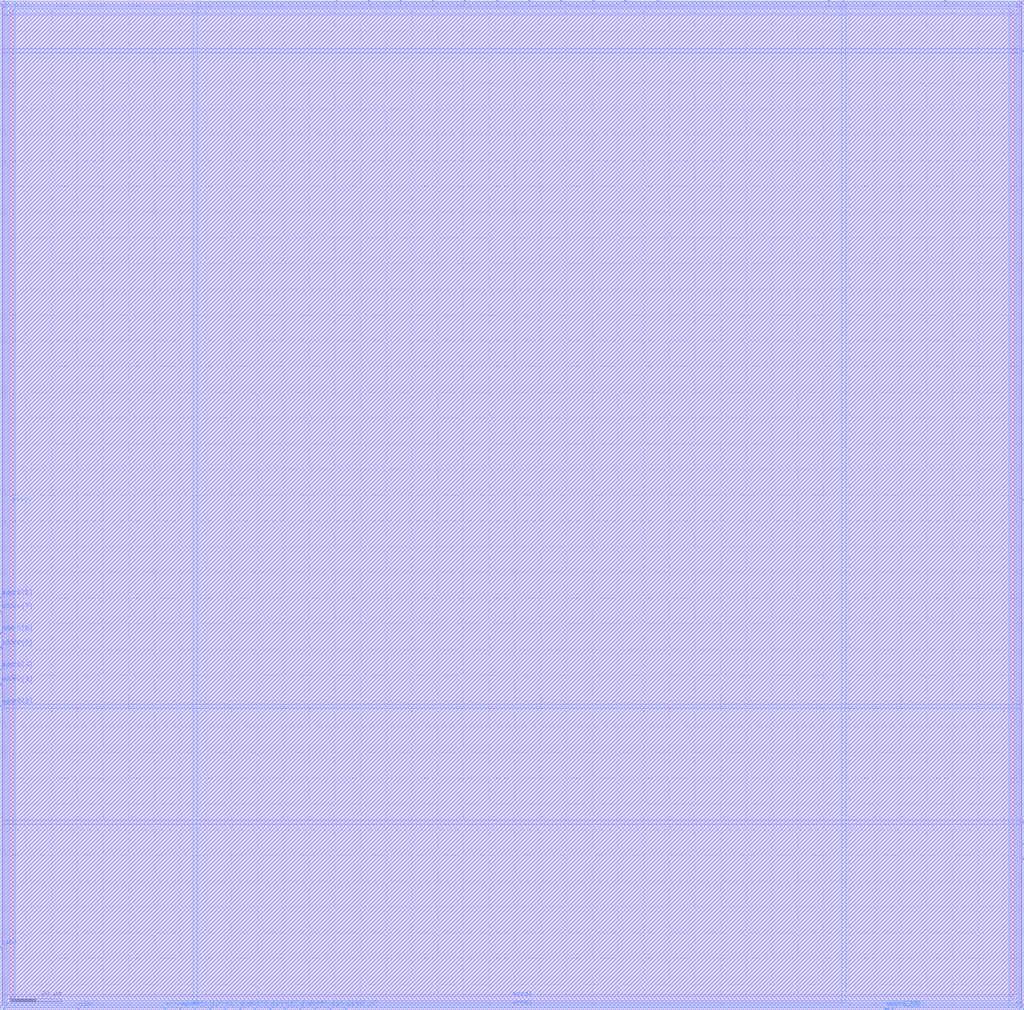
<source format=lef>
VERSION 5.4 ;
NAMESCASESENSITIVE ON ;
BUSBITCHARS "[]" ;
DIVIDERCHAR "/" ;

MACRO sky130_sram_1r1w0rw_11x512
   CLASS BLOCK ;
   SIZE 397.78 BY 392.53 ;
   SYMMETRY X Y R90 ;
   PIN din0[0]
      DIRECTION INPUT ;
      PORT
         LAYER met4 ;
         RECT  75.6 0.0 75.98 0.38 ;
      END
   END din0[0]
   PIN din0[1]
      DIRECTION INPUT ;
      PORT
         LAYER met4 ;
         RECT  81.44 0.0 81.82 0.38 ;
      END
   END din0[1]
   PIN din0[2]
      DIRECTION INPUT ;
      PORT
         LAYER met4 ;
         RECT  87.28 0.0 87.66 0.38 ;
      END
   END din0[2]
   PIN din0[3]
      DIRECTION INPUT ;
      PORT
         LAYER met4 ;
         RECT  93.12 0.0 93.5 0.38 ;
      END
   END din0[3]
   PIN din0[4]
      DIRECTION INPUT ;
      PORT
         LAYER met4 ;
         RECT  98.96 0.0 99.34 0.38 ;
      END
   END din0[4]
   PIN din0[5]
      DIRECTION INPUT ;
      PORT
         LAYER met4 ;
         RECT  104.8 0.0 105.18 0.38 ;
      END
   END din0[5]
   PIN din0[6]
      DIRECTION INPUT ;
      PORT
         LAYER met4 ;
         RECT  110.64 0.0 111.02 0.38 ;
      END
   END din0[6]
   PIN din0[7]
      DIRECTION INPUT ;
      PORT
         LAYER met4 ;
         RECT  116.48 0.0 116.86 0.38 ;
      END
   END din0[7]
   PIN din0[8]
      DIRECTION INPUT ;
      PORT
         LAYER met4 ;
         RECT  122.32 0.0 122.7 0.38 ;
      END
   END din0[8]
   PIN din0[9]
      DIRECTION INPUT ;
      PORT
         LAYER met4 ;
         RECT  128.16 0.0 128.54 0.38 ;
      END
   END din0[9]
   PIN din0[10]
      DIRECTION INPUT ;
      PORT
         LAYER met4 ;
         RECT  134.0 0.0 134.38 0.38 ;
      END
   END din0[10]
   PIN addr0[0]
      DIRECTION INPUT ;
      PORT
         LAYER met4 ;
         RECT  63.92 0.0 64.3 0.38 ;
      END
   END addr0[0]
   PIN addr0[1]
      DIRECTION INPUT ;
      PORT
         LAYER met4 ;
         RECT  69.76 0.0 70.14 0.38 ;
      END
   END addr0[1]
   PIN addr0[2]
      DIRECTION INPUT ;
      PORT
         LAYER met3 ;
         RECT  0.0 117.81 0.38 118.19 ;
      END
   END addr0[2]
   PIN addr0[3]
      DIRECTION INPUT ;
      PORT
         LAYER met3 ;
         RECT  0.0 126.31 0.38 126.69 ;
      END
   END addr0[3]
   PIN addr0[4]
      DIRECTION INPUT ;
      PORT
         LAYER met3 ;
         RECT  0.0 131.95 0.38 132.33 ;
      END
   END addr0[4]
   PIN addr0[5]
      DIRECTION INPUT ;
      PORT
         LAYER met3 ;
         RECT  0.0 140.45 0.38 140.83 ;
      END
   END addr0[5]
   PIN addr0[6]
      DIRECTION INPUT ;
      PORT
         LAYER met3 ;
         RECT  0.0 146.09 0.38 146.47 ;
      END
   END addr0[6]
   PIN addr0[7]
      DIRECTION INPUT ;
      PORT
         LAYER met3 ;
         RECT  0.0 154.59 0.38 154.97 ;
      END
   END addr0[7]
   PIN addr0[8]
      DIRECTION INPUT ;
      PORT
         LAYER met3 ;
         RECT  0.0 159.985 0.38 160.365 ;
      END
   END addr0[8]
   PIN addr1[0]
      DIRECTION INPUT ;
      PORT
         LAYER met4 ;
         RECT  327.64 392.15 328.02 392.53 ;
      END
   END addr1[0]
   PIN addr1[1]
      DIRECTION INPUT ;
      PORT
         LAYER met4 ;
         RECT  321.8 392.15 322.18 392.53 ;
      END
   END addr1[1]
   PIN addr1[2]
      DIRECTION INPUT ;
      PORT
         LAYER met3 ;
         RECT  397.4 72.67 397.78 73.05 ;
      END
   END addr1[2]
   PIN addr1[3]
      DIRECTION INPUT ;
      PORT
         LAYER met3 ;
         RECT  397.4 64.17 397.78 64.55 ;
      END
   END addr1[3]
   PIN addr1[4]
      DIRECTION INPUT ;
      PORT
         LAYER met3 ;
         RECT  397.4 58.53 397.78 58.91 ;
      END
   END addr1[4]
   PIN addr1[5]
      DIRECTION INPUT ;
      PORT
         LAYER met4 ;
         RECT  346.7 0.0 347.08 0.38 ;
      END
   END addr1[5]
   PIN addr1[6]
      DIRECTION INPUT ;
      PORT
         LAYER met4 ;
         RECT  343.725 0.0 344.105 0.38 ;
      END
   END addr1[6]
   PIN addr1[7]
      DIRECTION INPUT ;
      PORT
         LAYER met4 ;
         RECT  344.415 0.0 344.795 0.38 ;
      END
   END addr1[7]
   PIN addr1[8]
      DIRECTION INPUT ;
      PORT
         LAYER met4 ;
         RECT  345.16 0.0 345.54 0.38 ;
      END
   END addr1[8]
   PIN csb0
      DIRECTION INPUT ;
      PORT
         LAYER met3 ;
         RECT  0.0 24.0 0.38 24.38 ;
      END
   END csb0
   PIN csb1
      DIRECTION INPUT ;
      PORT
         LAYER met3 ;
         RECT  397.4 372.46 397.78 372.84 ;
      END
   END csb1
   PIN clk0
      DIRECTION INPUT ;
      PORT
         LAYER met4 ;
         RECT  30.26 0.0 30.64 0.38 ;
      END
   END clk0
   PIN clk1
      DIRECTION INPUT ;
      PORT
         LAYER met4 ;
         RECT  367.14 392.15 367.52 392.53 ;
      END
   END clk1
   PIN dout1[0]
      DIRECTION OUTPUT ;
      PORT
         LAYER met4 ;
         RECT  130.485 392.15 130.865 392.53 ;
      END
   END dout1[0]
   PIN dout1[1]
      DIRECTION OUTPUT ;
      PORT
         LAYER met4 ;
         RECT  142.965 392.15 143.345 392.53 ;
      END
   END dout1[1]
   PIN dout1[2]
      DIRECTION OUTPUT ;
      PORT
         LAYER met4 ;
         RECT  155.445 392.15 155.825 392.53 ;
      END
   END dout1[2]
   PIN dout1[3]
      DIRECTION OUTPUT ;
      PORT
         LAYER met4 ;
         RECT  167.925 392.15 168.305 392.53 ;
      END
   END dout1[3]
   PIN dout1[4]
      DIRECTION OUTPUT ;
      PORT
         LAYER met4 ;
         RECT  180.405 392.15 180.785 392.53 ;
      END
   END dout1[4]
   PIN dout1[5]
      DIRECTION OUTPUT ;
      PORT
         LAYER met4 ;
         RECT  192.885 392.15 193.265 392.53 ;
      END
   END dout1[5]
   PIN dout1[6]
      DIRECTION OUTPUT ;
      PORT
         LAYER met4 ;
         RECT  205.365 392.15 205.745 392.53 ;
      END
   END dout1[6]
   PIN dout1[7]
      DIRECTION OUTPUT ;
      PORT
         LAYER met4 ;
         RECT  217.845 392.15 218.225 392.53 ;
      END
   END dout1[7]
   PIN dout1[8]
      DIRECTION OUTPUT ;
      PORT
         LAYER met4 ;
         RECT  230.325 392.15 230.705 392.53 ;
      END
   END dout1[8]
   PIN dout1[9]
      DIRECTION OUTPUT ;
      PORT
         LAYER met4 ;
         RECT  242.805 392.15 243.185 392.53 ;
      END
   END dout1[9]
   PIN dout1[10]
      DIRECTION OUTPUT ;
      PORT
         LAYER met4 ;
         RECT  255.285 392.15 255.665 392.53 ;
      END
   END dout1[10]
   PIN vccd1
      DIRECTION INOUT ;
      USE POWER ; 
      SHAPE ABUTMENT ; 
      PORT
         LAYER met4 ;
         RECT  0.0 0.0 1.74 392.53 ;
         LAYER met3 ;
         RECT  0.0 390.79 397.78 392.53 ;
         LAYER met3 ;
         RECT  0.0 0.0 397.78 1.74 ;
         LAYER met4 ;
         RECT  396.04 0.0 397.78 392.53 ;
      END
   END vccd1
   PIN vssd1
      DIRECTION INOUT ;
      USE GROUND ; 
      SHAPE ABUTMENT ; 
      PORT
         LAYER met4 ;
         RECT  392.56 3.48 394.3 389.05 ;
         LAYER met3 ;
         RECT  3.48 387.31 394.3 389.05 ;
         LAYER met3 ;
         RECT  3.48 3.48 394.3 5.22 ;
         LAYER met4 ;
         RECT  3.48 3.48 5.22 389.05 ;
      END
   END vssd1
   OBS
   LAYER  met1 ;
      RECT  0.62 0.62 397.16 391.91 ;
   LAYER  met2 ;
      RECT  0.62 0.62 397.16 391.91 ;
   LAYER  met3 ;
      RECT  0.98 117.21 397.16 118.79 ;
      RECT  0.62 118.79 0.98 125.71 ;
      RECT  0.62 127.29 0.98 131.35 ;
      RECT  0.62 132.93 0.98 139.85 ;
      RECT  0.62 141.43 0.98 145.49 ;
      RECT  0.62 147.07 0.98 153.99 ;
      RECT  0.62 155.57 0.98 159.385 ;
      RECT  0.98 72.07 396.8 73.65 ;
      RECT  0.98 73.65 396.8 117.21 ;
      RECT  396.8 73.65 397.16 117.21 ;
      RECT  396.8 65.15 397.16 72.07 ;
      RECT  396.8 59.51 397.16 63.57 ;
      RECT  0.62 24.98 0.98 117.21 ;
      RECT  0.98 118.79 396.8 371.86 ;
      RECT  0.98 371.86 396.8 373.44 ;
      RECT  396.8 118.79 397.16 371.86 ;
      RECT  0.62 160.965 0.98 390.19 ;
      RECT  396.8 373.44 397.16 390.19 ;
      RECT  396.8 2.34 397.16 57.93 ;
      RECT  0.62 2.34 0.98 23.4 ;
      RECT  0.98 373.44 2.88 386.71 ;
      RECT  0.98 386.71 2.88 389.65 ;
      RECT  0.98 389.65 2.88 390.19 ;
      RECT  2.88 373.44 394.9 386.71 ;
      RECT  2.88 389.65 394.9 390.19 ;
      RECT  394.9 373.44 396.8 386.71 ;
      RECT  394.9 386.71 396.8 389.65 ;
      RECT  394.9 389.65 396.8 390.19 ;
      RECT  0.98 2.34 2.88 2.88 ;
      RECT  0.98 2.88 2.88 5.82 ;
      RECT  0.98 5.82 2.88 72.07 ;
      RECT  2.88 2.34 394.9 2.88 ;
      RECT  2.88 5.82 394.9 72.07 ;
      RECT  394.9 2.34 396.8 2.88 ;
      RECT  394.9 2.88 396.8 5.82 ;
      RECT  394.9 5.82 396.8 72.07 ;
   LAYER  met4 ;
      RECT  75.0 0.98 76.58 391.91 ;
      RECT  76.58 0.62 80.84 0.98 ;
      RECT  82.42 0.62 86.68 0.98 ;
      RECT  88.26 0.62 92.52 0.98 ;
      RECT  94.1 0.62 98.36 0.98 ;
      RECT  99.94 0.62 104.2 0.98 ;
      RECT  105.78 0.62 110.04 0.98 ;
      RECT  111.62 0.62 115.88 0.98 ;
      RECT  117.46 0.62 121.72 0.98 ;
      RECT  123.3 0.62 127.56 0.98 ;
      RECT  129.14 0.62 133.4 0.98 ;
      RECT  64.9 0.62 69.16 0.98 ;
      RECT  70.74 0.62 75.0 0.98 ;
      RECT  76.58 0.98 327.04 391.55 ;
      RECT  327.04 0.98 328.62 391.55 ;
      RECT  322.78 391.55 327.04 391.91 ;
      RECT  134.98 0.62 343.125 0.98 ;
      RECT  31.24 0.62 63.32 0.98 ;
      RECT  328.62 391.55 366.54 391.91 ;
      RECT  76.58 391.55 129.885 391.91 ;
      RECT  131.465 391.55 142.365 391.91 ;
      RECT  143.945 391.55 154.845 391.91 ;
      RECT  156.425 391.55 167.325 391.91 ;
      RECT  168.905 391.55 179.805 391.91 ;
      RECT  181.385 391.55 192.285 391.91 ;
      RECT  193.865 391.55 204.765 391.91 ;
      RECT  206.345 391.55 217.245 391.91 ;
      RECT  218.825 391.55 229.725 391.91 ;
      RECT  231.305 391.55 242.205 391.91 ;
      RECT  243.785 391.55 254.685 391.91 ;
      RECT  256.265 391.55 321.2 391.91 ;
      RECT  2.34 0.62 29.66 0.98 ;
      RECT  347.68 0.62 395.44 0.98 ;
      RECT  368.12 391.55 395.44 391.91 ;
      RECT  328.62 0.98 391.96 2.88 ;
      RECT  328.62 2.88 391.96 389.65 ;
      RECT  328.62 389.65 391.96 391.55 ;
      RECT  391.96 0.98 394.9 2.88 ;
      RECT  391.96 389.65 394.9 391.55 ;
      RECT  394.9 0.98 395.44 2.88 ;
      RECT  394.9 2.88 395.44 389.65 ;
      RECT  394.9 389.65 395.44 391.55 ;
      RECT  2.34 0.98 2.88 2.88 ;
      RECT  2.34 2.88 2.88 389.65 ;
      RECT  2.34 389.65 2.88 391.91 ;
      RECT  2.88 0.98 5.82 2.88 ;
      RECT  2.88 389.65 5.82 391.91 ;
      RECT  5.82 0.98 75.0 2.88 ;
      RECT  5.82 2.88 75.0 389.65 ;
      RECT  5.82 389.65 75.0 391.91 ;
   END
END    sky130_sram_1r1w0rw_11x512
END    LIBRARY

</source>
